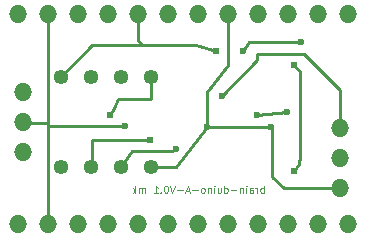
<source format=gbl>
G04 (created by PCBNEW (2013-jul-07)-stable) date Mon 28 Dec 2015 12:37:34 PM PST*
%MOIN*%
G04 Gerber Fmt 3.4, Leading zero omitted, Abs format*
%FSLAX34Y34*%
G01*
G70*
G90*
G04 APERTURE LIST*
%ADD10C,0.00393701*%
%ADD11C,0.0019*%
%ADD12O,0.05X0.05*%
%ADD13O,0.06X0.06*%
%ADD14C,0.0236*%
%ADD15C,0.024*%
%ADD16C,0.01*%
G04 APERTURE END LIST*
G54D10*
G54D11*
X61730Y-42592D02*
X61730Y-42352D01*
X61730Y-42443D02*
X61708Y-42432D01*
X61662Y-42432D01*
X61639Y-42443D01*
X61628Y-42455D01*
X61616Y-42477D01*
X61616Y-42546D01*
X61628Y-42569D01*
X61639Y-42580D01*
X61662Y-42592D01*
X61708Y-42592D01*
X61730Y-42580D01*
X61513Y-42592D02*
X61513Y-42432D01*
X61513Y-42477D02*
X61502Y-42455D01*
X61490Y-42443D01*
X61468Y-42432D01*
X61445Y-42432D01*
X61262Y-42592D02*
X61262Y-42466D01*
X61273Y-42443D01*
X61296Y-42432D01*
X61342Y-42432D01*
X61365Y-42443D01*
X61262Y-42580D02*
X61285Y-42592D01*
X61342Y-42592D01*
X61365Y-42580D01*
X61376Y-42557D01*
X61376Y-42535D01*
X61365Y-42512D01*
X61342Y-42500D01*
X61285Y-42500D01*
X61262Y-42489D01*
X61148Y-42592D02*
X61148Y-42432D01*
X61148Y-42352D02*
X61159Y-42363D01*
X61148Y-42375D01*
X61136Y-42363D01*
X61148Y-42352D01*
X61148Y-42375D01*
X61033Y-42432D02*
X61033Y-42592D01*
X61033Y-42455D02*
X61022Y-42443D01*
X60999Y-42432D01*
X60965Y-42432D01*
X60942Y-42443D01*
X60930Y-42466D01*
X60930Y-42592D01*
X60816Y-42500D02*
X60633Y-42500D01*
X60416Y-42592D02*
X60416Y-42352D01*
X60416Y-42580D02*
X60439Y-42592D01*
X60485Y-42592D01*
X60508Y-42580D01*
X60519Y-42569D01*
X60530Y-42546D01*
X60530Y-42477D01*
X60519Y-42455D01*
X60508Y-42443D01*
X60485Y-42432D01*
X60439Y-42432D01*
X60416Y-42443D01*
X60199Y-42432D02*
X60199Y-42592D01*
X60302Y-42432D02*
X60302Y-42557D01*
X60290Y-42580D01*
X60267Y-42592D01*
X60233Y-42592D01*
X60210Y-42580D01*
X60199Y-42569D01*
X60085Y-42592D02*
X60085Y-42432D01*
X60085Y-42352D02*
X60096Y-42363D01*
X60085Y-42375D01*
X60073Y-42363D01*
X60085Y-42352D01*
X60085Y-42375D01*
X59970Y-42432D02*
X59970Y-42592D01*
X59970Y-42455D02*
X59959Y-42443D01*
X59936Y-42432D01*
X59902Y-42432D01*
X59879Y-42443D01*
X59867Y-42466D01*
X59867Y-42592D01*
X59719Y-42592D02*
X59742Y-42580D01*
X59753Y-42569D01*
X59765Y-42546D01*
X59765Y-42477D01*
X59753Y-42455D01*
X59742Y-42443D01*
X59719Y-42432D01*
X59685Y-42432D01*
X59662Y-42443D01*
X59650Y-42455D01*
X59639Y-42477D01*
X59639Y-42546D01*
X59650Y-42569D01*
X59662Y-42580D01*
X59685Y-42592D01*
X59719Y-42592D01*
X59536Y-42500D02*
X59353Y-42500D01*
X59250Y-42523D02*
X59136Y-42523D01*
X59273Y-42592D02*
X59193Y-42352D01*
X59113Y-42592D01*
X59033Y-42500D02*
X58850Y-42500D01*
X58770Y-42352D02*
X58690Y-42592D01*
X58610Y-42352D01*
X58485Y-42352D02*
X58462Y-42352D01*
X58439Y-42363D01*
X58427Y-42375D01*
X58416Y-42397D01*
X58405Y-42443D01*
X58405Y-42500D01*
X58416Y-42546D01*
X58427Y-42569D01*
X58439Y-42580D01*
X58462Y-42592D01*
X58485Y-42592D01*
X58507Y-42580D01*
X58519Y-42569D01*
X58530Y-42546D01*
X58542Y-42500D01*
X58542Y-42443D01*
X58530Y-42397D01*
X58519Y-42375D01*
X58507Y-42363D01*
X58485Y-42352D01*
X58302Y-42569D02*
X58290Y-42580D01*
X58302Y-42592D01*
X58313Y-42580D01*
X58302Y-42569D01*
X58302Y-42592D01*
X58062Y-42592D02*
X58199Y-42592D01*
X58130Y-42592D02*
X58130Y-42352D01*
X58153Y-42386D01*
X58176Y-42409D01*
X58199Y-42420D01*
X57776Y-42592D02*
X57776Y-42432D01*
X57776Y-42455D02*
X57765Y-42443D01*
X57742Y-42432D01*
X57708Y-42432D01*
X57685Y-42443D01*
X57673Y-42466D01*
X57673Y-42592D01*
X57673Y-42466D02*
X57662Y-42443D01*
X57639Y-42432D01*
X57605Y-42432D01*
X57582Y-42443D01*
X57570Y-42466D01*
X57570Y-42592D01*
X57456Y-42592D02*
X57456Y-42352D01*
X57433Y-42500D02*
X57365Y-42592D01*
X57365Y-42432D02*
X57456Y-42523D01*
G54D12*
X54973Y-41714D03*
X55973Y-41714D03*
X55973Y-38714D03*
X54973Y-38714D03*
X56973Y-41714D03*
X57973Y-41714D03*
X56973Y-38714D03*
X57973Y-38714D03*
G54D13*
X53532Y-36631D03*
X54532Y-36631D03*
X55532Y-36631D03*
X56532Y-36631D03*
X57532Y-36631D03*
X58532Y-36631D03*
X59532Y-36631D03*
X60532Y-36631D03*
X61532Y-36631D03*
X62532Y-36631D03*
X63532Y-36631D03*
X64532Y-36631D03*
X53532Y-43639D03*
X54532Y-43639D03*
X55532Y-43639D03*
X56532Y-43639D03*
X57532Y-43639D03*
X58532Y-43639D03*
X59532Y-43639D03*
X60532Y-43639D03*
X61532Y-43639D03*
X62532Y-43639D03*
X63532Y-43639D03*
X64532Y-43639D03*
X53717Y-39214D03*
X53717Y-40214D03*
X53717Y-41214D03*
X64268Y-40434D03*
X64268Y-41434D03*
X64268Y-42434D03*
G54D14*
X57103Y-40371D03*
X61522Y-40007D03*
X62496Y-39899D03*
G54D15*
X62745Y-38340D03*
X62747Y-41877D03*
G54D14*
X62969Y-37576D03*
X61040Y-37852D03*
X58796Y-41119D03*
G54D15*
X56624Y-39998D03*
X57940Y-40818D03*
X60130Y-37871D03*
G54D14*
X60331Y-39348D03*
X59858Y-40411D03*
X61984Y-40411D03*
G54D16*
X58522Y-36595D02*
X58532Y-36631D01*
X54532Y-43639D02*
X54532Y-40332D01*
X54532Y-40332D02*
X54532Y-40253D01*
X54532Y-40253D02*
X54532Y-36631D01*
X53717Y-40214D02*
X53941Y-40253D01*
X53941Y-40253D02*
X54532Y-40253D01*
X57103Y-40371D02*
X54571Y-40371D01*
X54571Y-40371D02*
X54532Y-40332D01*
X61522Y-40007D02*
X62496Y-39899D01*
X62903Y-41643D02*
X62929Y-41367D01*
X62929Y-41367D02*
X62929Y-38576D01*
X62929Y-38576D02*
X62745Y-38340D01*
X62747Y-41877D02*
X62903Y-41643D01*
X62969Y-37576D02*
X61236Y-37576D01*
X61236Y-37576D02*
X61040Y-37852D01*
X58796Y-41119D02*
X58677Y-41198D01*
X58677Y-41198D02*
X57339Y-41198D01*
X57339Y-41198D02*
X57063Y-41552D01*
X57063Y-41552D02*
X56984Y-41741D01*
X56984Y-41741D02*
X56973Y-41714D01*
X56873Y-39473D02*
X57968Y-39472D01*
X56729Y-39763D02*
X56873Y-39473D01*
X56624Y-39998D02*
X56729Y-39763D01*
X57968Y-39472D02*
X57973Y-38714D01*
X56002Y-40818D02*
X57940Y-40818D01*
X55992Y-41655D02*
X56002Y-40818D01*
X55992Y-41655D02*
X55973Y-41714D01*
X59460Y-37675D02*
X57693Y-37675D01*
X57693Y-37675D02*
X56012Y-37675D01*
X56012Y-37675D02*
X54973Y-38714D01*
X59460Y-37675D02*
X60130Y-37871D01*
X57532Y-36631D02*
X57532Y-37513D01*
X57532Y-37513D02*
X57693Y-37675D01*
X64268Y-40434D02*
X64268Y-39151D01*
X64268Y-39151D02*
X63087Y-37970D01*
X63087Y-37970D02*
X61512Y-37970D01*
X61512Y-37970D02*
X61512Y-38166D01*
X61512Y-38166D02*
X60331Y-39348D01*
X61984Y-40411D02*
X59858Y-40411D01*
X57973Y-41714D02*
X58792Y-41714D01*
X58792Y-41714D02*
X59858Y-40411D01*
X59858Y-40411D02*
X59858Y-39229D01*
X59858Y-39229D02*
X60528Y-38324D01*
X60528Y-38324D02*
X60528Y-36635D01*
X60528Y-36635D02*
X60532Y-36631D01*
X64268Y-42434D02*
X62394Y-42434D01*
X62394Y-42434D02*
X62024Y-42064D01*
X62024Y-42064D02*
X62024Y-40450D01*
X62024Y-40450D02*
X61984Y-40411D01*
M02*

</source>
